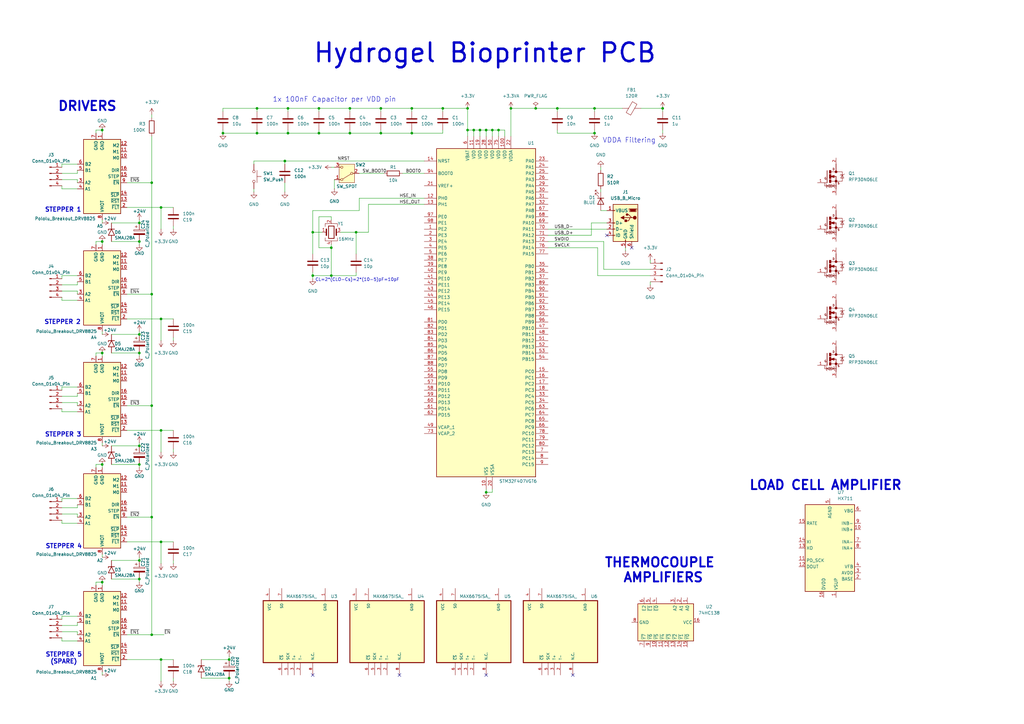
<source format=kicad_sch>
(kicad_sch (version 20250114) (generator "eeschema") (generator_version "9.0")
  (paper "A3")
  (title_block (title "Hydrogel Bioprinter PCB") (date "2025-06-05") (rev "0.1") (company "Stellenbosch University") (comment 1 "Department of Mechanical and Mechatronic Engineering") (comment 2 "Student Number: 25848887") (comment 3 "Name: Simon Craig DANIEL"))
  (text "Hydrogel Bioprinter PCB" (at 198.882 21.844 0) (effects (font (size 7.62 7.62) (thickness 1.016) (bold yes))))
  (text "STEPPER 5\n(SPARE)" (at 26.162 270.002 0) (effects (font (size 1.778 1.778) (thickness 0.3556) (bold yes))))
  (text "VDDA Filtering" (at 258.064 57.658 0) (effects (font (size 2.032 2.032))))
  (text "LOAD CELL AMPLIFIER\n" (at 338.582 199.136 0) (effects (font (size 3.81 3.81) (thickness 0.762) (bold yes))))
  (text "CL=2*(CLO-Cs)=2*(10-5)pF=10pF" (at 146.558 114.808 0) (effects (font (size 1.27 1.27))))
  (text "STEPPER 1\n" (at 25.908 86.106 0) (effects (font (size 1.778 1.778) (thickness 0.3556) (bold yes))))
  (text "STEPPER 3\n" (at 25.908 178.308 0) (effects (font (size 1.778 1.778) (thickness 0.3556) (bold yes))))
  (text "STEPPER 2\n\n" (at 25.654 133.604 0) (effects (font (size 1.778 1.778) (thickness 0.3556) (bold yes))))
  (text "THERMOCOUPLE \nAMPLIFIERS" (at 272.034 233.934 0) (effects (font (size 3.81 3.81) (thickness 0.762) (bold yes))))
  (text "STEPPER 4\n\n" (at 26.162 225.552 0) (effects (font (size 1.778 1.778) (thickness 0.3556) (bold yes))))
  (text "DRIVERS" (at 35.814 43.688 0) (effects (font (size 3.81 3.81) (thickness 0.762) (bold yes))))
  (text "1x 100nF Capacitor per VDD pin\n" (at 137.16 40.894 0) (effects (font (size 2.032 2.032))))
  (junction (at 62.23 212.09))
  (junction (at 66.04 222.25))
  (junction (at 57.15 137.16))
  (junction (at 118.11 44.45))
  (junction (at 135.89 113.03))
  (junction (at 57.15 99.06))
  (junction (at 66.04 130.81))
  (junction (at 41.91 53.34))
  (junction (at 57.15 182.88))
  (junction (at 93.98 278.13))
  (junction (at 62.23 166.37))
  (junction (at 57.15 91.44))
  (junction (at 156.21 44.45))
  (junction (at 194.31 53.34))
  (junction (at 191.77 44.45))
  (junction (at 116.84 66.04))
  (junction (at 41.91 238.76))
  (junction (at 66.04 85.09))
  (junction (at 105.41 54.61))
  (junction (at 57.15 190.5))
  (junction (at 228.6 44.45))
  (junction (at 143.51 44.45))
  (junction (at 128.27 95.25))
  (junction (at 204.47 53.34))
  (junction (at 135.89 101.6))
  (junction (at 143.51 54.61))
  (junction (at 130.81 44.45))
  (junction (at 57.15 229.87))
  (junction (at 62.23 120.65))
  (junction (at 105.41 44.45))
  (junction (at 181.61 44.45))
  (junction (at 93.98 270.51))
  (junction (at 118.11 54.61))
  (junction (at 130.81 54.61))
  (junction (at 219.71 44.45))
  (junction (at 168.91 44.45))
  (junction (at 209.55 44.45))
  (junction (at 57.15 237.49))
  (junction (at 199.39 53.34))
  (junction (at 41.91 190.5))
  (junction (at 191.77 53.34))
  (junction (at 146.05 95.25))
  (junction (at 66.04 176.53))
  (junction (at 41.91 99.06))
  (junction (at 168.91 54.61))
  (junction (at 199.39 201.93))
  (junction (at 196.85 53.34))
  (junction (at 41.91 144.78))
  (junction (at 62.23 74.93))
  (junction (at 57.15 144.78))
  (junction (at 243.84 54.61))
  (junction (at 91.44 54.61))
  (junction (at 201.93 53.34))
  (junction (at 271.78 44.45))
  (junction (at 62.23 260.35))
  (junction (at 128.27 113.03))
  (junction (at 156.21 54.61))
  (junction (at 243.84 44.45))
  (junction (at 66.04 270.51))
  (no_connect (at 163.83 276.86))
  (no_connect (at 234.95 276.86))
  (no_connect (at 259.08 101.6))
  (no_connect (at 248.92 96.52))
  (no_connect (at 128.27 276.86))
  (no_connect (at 199.39 276.86))
  (wire (pts (xy 41.91 90.17) (xy 41.91 91.44)))
  (wire (pts (xy 31.75 71.12) (xy 25.4 71.12)))
  (wire (pts (xy 147.32 81.28) (xy 173.99 81.28)))
  (wire (pts (xy 66.04 93.98) (xy 66.04 85.09)))
  (wire (pts (xy 31.75 120.65) (xy 31.75 119.38)))
  (wire (pts (xy 128.27 95.25) (xy 128.27 104.14)))
  (wire (pts (xy 39.37 238.76) (xy 41.91 238.76)))
  (wire (pts (xy 143.51 44.45) (xy 143.51 45.72)))
  (wire (pts (xy 62.23 46.99) (xy 62.23 48.26)))
  (wire (pts (xy 135.89 68.58) (xy 137.16 68.58)))
  (wire (pts (xy 71.12 138.43) (xy 71.12 139.7)))
  (wire (pts (xy 130.81 44.45) (xy 130.81 45.72)))
  (wire (pts (xy 146.05 95.25) (xy 146.05 104.14)))
  (wire (pts (xy 25.4 168.91) (xy 25.4 167.64)))
  (wire (pts (xy 201.93 200.66) (xy 201.93 201.93)))
  (wire (pts (xy 224.79 101.6) (xy 245.11 101.6)))
  (wire (pts (xy 52.07 270.51) (xy 66.04 270.51)))
  (wire (pts (xy 82.55 270.51) (xy 93.98 270.51)))
  (wire (pts (xy 194.31 53.34) (xy 194.31 55.88)))
  (wire (pts (xy 67.31 260.35) (xy 62.23 260.35)))
  (wire (pts (xy 224.79 93.98) (xy 248.92 93.98)))
  (wire (pts (xy 66.04 222.25) (xy 71.12 222.25)))
  (wire (pts (xy 57.15 99.06) (xy 57.15 100.33)))
  (wire (pts (xy 128.27 113.03) (xy 128.27 114.3)))
  (wire (pts (xy 93.98 269.24) (xy 93.98 270.51)))
  (wire (pts (xy 247.65 110.49) (xy 247.65 99.06)))
  (wire (pts (xy 31.75 113.03) (xy 25.4 113.03)))
  (wire (pts (xy 139.7 95.25) (xy 146.05 95.25)))
  (wire (pts (xy 243.84 45.72) (xy 243.84 44.45)))
  (wire (pts (xy 25.4 158.75) (xy 25.4 160.02)))
  (wire (pts (xy 57.15 228.6) (xy 57.15 229.87)))
  (wire (pts (xy 266.7 110.49) (xy 247.65 110.49)))
  (wire (pts (xy 243.84 44.45) (xy 255.27 44.45)))
  (wire (pts (xy 25.4 214.63) (xy 25.4 213.36)))
  (wire (pts (xy 219.71 44.45) (xy 228.6 44.45)))
  (wire (pts (xy 246.38 68.58) (xy 246.38 69.85)))
  (wire (pts (xy 31.75 119.38) (xy 25.4 119.38)))
  (wire (pts (xy 256.54 101.6) (xy 256.54 102.87)))
  (wire (pts (xy 199.39 53.34) (xy 199.39 55.88)))
  (wire (pts (xy 245.11 113.03) (xy 245.11 101.6)))
  (wire (pts (xy 194.31 53.34) (xy 191.77 53.34)))
  (wire (pts (xy 41.91 100.33) (xy 41.91 99.06)))
  (wire (pts (xy 45.72 99.06) (xy 57.15 99.06)))
  (wire (pts (xy 209.55 44.45) (xy 219.71 44.45)))
  (wire (pts (xy 39.37 240.03) (xy 39.37 238.76)))
  (wire (pts (xy 116.84 74.93) (xy 116.84 78.74)))
  (wire (pts (xy 31.75 73.66) (xy 25.4 73.66)))
  (wire (pts (xy 62.23 212.09) (xy 62.23 260.35)))
  (wire (pts (xy 199.39 200.66) (xy 199.39 201.93)))
  (wire (pts (xy 228.6 44.45) (xy 228.6 45.72)))
  (wire (pts (xy 52.07 176.53) (xy 66.04 176.53)))
  (wire (pts (xy 151.13 95.25) (xy 151.13 83.82)))
  (wire (pts (xy 207.01 53.34) (xy 204.47 53.34)))
  (wire (pts (xy 31.75 77.47) (xy 25.4 77.47)))
  (wire (pts (xy 146.05 113.03) (xy 135.89 113.03)))
  (wire (pts (xy 168.91 54.61) (xy 181.61 54.61)))
  (wire (pts (xy 31.75 161.29) (xy 31.75 162.56)))
  (wire (pts (xy 31.75 207.01) (xy 31.75 208.28)))
  (wire (pts (xy 31.75 214.63) (xy 25.4 214.63)))
  (wire (pts (xy 201.93 53.34) (xy 201.93 55.88)))
  (wire (pts (xy 147.32 86.36) (xy 147.32 81.28)))
  (wire (pts (xy 130.81 101.6) (xy 135.89 101.6)))
  (wire (pts (xy 31.75 262.89) (xy 25.4 262.89)))
  (wire (pts (xy 104.14 77.47) (xy 104.14 78.74)))
  (wire (pts (xy 62.23 74.93) (xy 52.07 74.93)))
  (wire (pts (xy 116.84 66.04) (xy 116.84 67.31)))
  (wire (pts (xy 271.78 53.34) (xy 271.78 54.61)))
  (wire (pts (xy 62.23 74.93) (xy 62.23 120.65)))
  (wire (pts (xy 248.92 91.44) (xy 242.57 91.44)))
  (wire (pts (xy 31.75 252.73) (xy 25.4 252.73)))
  (wire (pts (xy 39.37 144.78) (xy 41.91 144.78)))
  (wire (pts (xy 66.04 231.14) (xy 66.04 222.25)))
  (wire (pts (xy 31.75 210.82) (xy 25.4 210.82)))
  (wire (pts (xy 105.41 54.61) (xy 118.11 54.61)))
  (wire (pts (xy 41.91 227.33) (xy 41.91 228.6)))
  (wire (pts (xy 71.12 92.71) (xy 71.12 93.98)))
  (wire (pts (xy 228.6 54.61) (xy 243.84 54.61)))
  (wire (pts (xy 91.44 53.34) (xy 91.44 54.61)))
  (wire (pts (xy 62.23 166.37) (xy 62.23 212.09)))
  (wire (pts (xy 228.6 53.34) (xy 228.6 54.61)))
  (wire (pts (xy 31.75 115.57) (xy 31.75 116.84)))
  (wire (pts (xy 143.51 44.45) (xy 156.21 44.45)))
  (wire (pts (xy 57.15 190.5) (xy 57.15 191.77)))
  (wire (pts (xy 143.51 54.61) (xy 156.21 54.61)))
  (wire (pts (xy 52.07 166.37) (xy 62.23 166.37)))
  (wire (pts (xy 105.41 44.45) (xy 105.41 45.72)))
  (wire (pts (xy 242.57 91.44) (xy 242.57 96.52)))
  (wire (pts (xy 181.61 53.34) (xy 181.61 54.61)))
  (wire (pts (xy 271.78 44.45) (xy 271.78 45.72)))
  (wire (pts (xy 82.55 278.13) (xy 93.98 278.13)))
  (wire (pts (xy 91.44 54.61) (xy 105.41 54.61)))
  (wire (pts (xy 224.79 96.52) (xy 242.57 96.52)))
  (wire (pts (xy 130.81 44.45) (xy 143.51 44.45)))
  (wire (pts (xy 204.47 53.34) (xy 201.93 53.34)))
  (wire (pts (xy 146.05 111.76) (xy 146.05 113.03)))
  (wire (pts (xy 151.13 83.82) (xy 173.99 83.82)))
  (wire (pts (xy 41.91 275.59) (xy 41.91 276.86)))
  (wire (pts (xy 135.89 88.9) (xy 130.81 88.9)))
  (wire (pts (xy 266.7 115.57) (xy 266.7 116.84)))
  (wire (pts (xy 62.23 212.09) (xy 52.07 212.09)))
  (wire (pts (xy 181.61 44.45) (xy 181.61 45.72)))
  (wire (pts (xy 130.81 53.34) (xy 130.81 54.61)))
  (wire (pts (xy 39.37 191.77) (xy 39.37 190.5)))
  (wire (pts (xy 31.75 69.85) (xy 31.75 71.12)))
  (wire (pts (xy 262.89 44.45) (xy 271.78 44.45)))
  (wire (pts (xy 41.91 181.61) (xy 41.91 182.88)))
  (wire (pts (xy 128.27 95.25) (xy 128.27 86.36)))
  (wire (pts (xy 45.72 229.87) (xy 57.15 229.87)))
  (wire (pts (xy 25.4 123.19) (xy 25.4 121.92)))
  (wire (pts (xy 266.7 113.03) (xy 245.11 113.03)))
  (wire (pts (xy 52.07 130.81) (xy 66.04 130.81)))
  (wire (pts (xy 41.91 54.61) (xy 41.91 53.34)))
  (wire (pts (xy 31.75 67.31) (xy 25.4 67.31)))
  (wire (pts (xy 25.4 262.89) (xy 25.4 261.62)))
  (wire (pts (xy 118.11 44.45) (xy 130.81 44.45)))
  (wire (pts (xy 116.84 66.04) (xy 173.99 66.04)))
  (wire (pts (xy 156.21 44.45) (xy 156.21 45.72)))
  (wire (pts (xy 39.37 53.34) (xy 41.91 53.34)))
  (wire (pts (xy 156.21 53.34) (xy 156.21 54.61)))
  (wire (pts (xy 130.81 88.9) (xy 130.81 101.6)))
  (wire (pts (xy 57.15 237.49) (xy 57.15 238.76)))
  (wire (pts (xy 104.14 66.04) (xy 116.84 66.04)))
  (wire (pts (xy 31.75 204.47) (xy 25.4 204.47)))
  (wire (pts (xy 156.21 54.61) (xy 168.91 54.61)))
  (wire (pts (xy 128.27 86.36) (xy 147.32 86.36)))
  (wire (pts (xy 66.04 185.42) (xy 66.04 176.53)))
  (wire (pts (xy 31.75 123.19) (xy 25.4 123.19)))
  (wire (pts (xy 62.23 120.65) (xy 62.23 166.37)))
  (wire (pts (xy 45.72 137.16) (xy 57.15 137.16)))
  (wire (pts (xy 25.4 204.47) (xy 25.4 205.74)))
  (wire (pts (xy 45.72 91.44) (xy 57.15 91.44)))
  (wire (pts (xy 91.44 45.72) (xy 91.44 44.45)))
  (wire (pts (xy 31.75 116.84) (xy 25.4 116.84)))
  (wire (pts (xy 135.89 113.03) (xy 128.27 113.03)))
  (wire (pts (xy 52.07 222.25) (xy 66.04 222.25)))
  (wire (pts (xy 57.15 181.61) (xy 57.15 182.88)))
  (wire (pts (xy 224.79 99.06) (xy 247.65 99.06)))
  (wire (pts (xy 66.04 176.53) (xy 71.12 176.53)))
  (wire (pts (xy 143.51 53.34) (xy 143.51 54.61)))
  (wire (pts (xy 39.37 54.61) (xy 39.37 53.34)))
  (wire (pts (xy 105.41 44.45) (xy 118.11 44.45)))
  (wire (pts (xy 25.4 168.91) (xy 31.75 168.91)))
  (wire (pts (xy 39.37 146.05) (xy 39.37 144.78)))
  (wire (pts (xy 31.75 212.09) (xy 31.75 210.82)))
  (wire (pts (xy 25.4 67.31) (xy 25.4 68.58)))
  (wire (pts (xy 137.16 73.66) (xy 137.16 77.47)))
  (wire (pts (xy 25.4 77.47) (xy 25.4 76.2)))
  (wire (pts (xy 165.1 71.12) (xy 173.99 71.12)))
  (wire (pts (xy 52.07 260.35) (xy 62.23 260.35)))
  (wire (pts (xy 196.85 53.34) (xy 196.85 55.88)))
  (wire (pts (xy 25.4 252.73) (xy 25.4 254)))
  (wire (pts (xy 135.89 90.17) (xy 135.89 88.9)))
  (wire (pts (xy 93.98 278.13) (xy 93.98 279.4)))
  (wire (pts (xy 135.89 101.6) (xy 135.89 113.03)))
  (wire (pts (xy 191.77 44.45) (xy 191.77 53.34)))
  (wire (pts (xy 105.41 53.34) (xy 105.41 54.61)))
  (wire (pts (xy 135.89 100.33) (xy 135.89 101.6)))
  (wire (pts (xy 41.91 191.77) (xy 41.91 190.5)))
  (wire (pts (xy 168.91 53.34) (xy 168.91 54.61)))
  (wire (pts (xy 31.75 158.75) (xy 25.4 158.75)))
  (wire (pts (xy 147.32 71.12) (xy 157.48 71.12)))
  (wire (pts (xy 196.85 53.34) (xy 194.31 53.34)))
  (wire (pts (xy 201.93 53.34) (xy 199.39 53.34)))
  (wire (pts (xy 191.77 53.34) (xy 191.77 55.88)))
  (wire (pts (xy 31.75 260.35) (xy 31.75 259.08)))
  (wire (pts (xy 66.04 139.7) (xy 66.04 130.81)))
  (wire (pts (xy 39.37 100.33) (xy 39.37 99.06)))
  (wire (pts (xy 204.47 53.34) (xy 204.47 55.88)))
  (wire (pts (xy 45.72 182.88) (xy 57.15 182.88)))
  (wire (pts (xy 91.44 44.45) (xy 105.41 44.45)))
  (wire (pts (xy 71.12 184.15) (xy 71.12 185.42)))
  (wire (pts (xy 31.75 256.54) (xy 25.4 256.54)))
  (wire (pts (xy 66.04 270.51) (xy 71.12 270.51)))
  (wire (pts (xy 62.23 120.65) (xy 52.07 120.65)))
  (wire (pts (xy 168.91 44.45) (xy 181.61 44.45)))
  (wire (pts (xy 66.04 85.09) (xy 71.12 85.09)))
  (wire (pts (xy 41.91 240.03) (xy 41.91 238.76)))
  (wire (pts (xy 118.11 54.61) (xy 130.81 54.61)))
  (wire (pts (xy 71.12 278.13) (xy 71.12 279.4)))
  (wire (pts (xy 207.01 55.88) (xy 207.01 53.34)))
  (wire (pts (xy 31.75 162.56) (xy 25.4 162.56)))
  (wire (pts (xy 41.91 146.05) (xy 41.91 144.78)))
  (wire (pts (xy 31.75 259.08) (xy 25.4 259.08)))
  (wire (pts (xy 168.91 44.45) (xy 168.91 45.72)))
  (wire (pts (xy 66.04 279.4) (xy 66.04 270.51)))
  (wire (pts (xy 31.75 208.28) (xy 25.4 208.28)))
  (wire (pts (xy 25.4 113.03) (xy 25.4 114.3)))
  (wire (pts (xy 41.91 135.89) (xy 41.91 137.16)))
  (wire (pts (xy 31.75 165.1) (xy 25.4 165.1)))
  (wire (pts (xy 128.27 111.76) (xy 128.27 113.03)))
  (wire (pts (xy 104.14 66.04) (xy 104.14 67.31)))
  (wire (pts (xy 45.72 144.78) (xy 57.15 144.78)))
  (wire (pts (xy 243.84 53.34) (xy 243.84 54.61)))
  (wire (pts (xy 156.21 44.45) (xy 168.91 44.45)))
  (wire (pts (xy 31.75 166.37) (xy 31.75 165.1)))
  (wire (pts (xy 132.08 95.25) (xy 128.27 95.25)))
  (wire (pts (xy 118.11 44.45) (xy 118.11 45.72)))
  (wire (pts (xy 57.15 135.89) (xy 57.15 137.16)))
  (wire (pts (xy 45.72 237.49) (xy 57.15 237.49)))
  (wire (pts (xy 266.7 106.68) (xy 266.7 107.95)))
  (wire (pts (xy 246.38 77.47) (xy 246.38 78.74)))
  (wire (pts (xy 31.75 255.27) (xy 31.75 256.54)))
  (wire (pts (xy 57.15 144.78) (xy 57.15 146.05)))
  (wire (pts (xy 118.11 53.34) (xy 118.11 54.61)))
  (wire (pts (xy 246.38 86.36) (xy 248.92 86.36)))
  (wire (pts (xy 66.04 130.81) (xy 71.12 130.81)))
  (wire (pts (xy 57.15 90.17) (xy 57.15 91.44)))
  (wire (pts (xy 181.61 44.45) (xy 191.77 44.45)))
  (wire (pts (xy 52.07 85.09) (xy 66.04 85.09)))
  (wire (pts (xy 45.72 190.5) (xy 57.15 190.5)))
  (wire (pts (xy 146.05 95.25) (xy 151.13 95.25)))
  (wire (pts (xy 39.37 99.06) (xy 41.91 99.06)))
  (wire (pts (xy 71.12 229.87) (xy 71.12 231.14)))
  (wire (pts (xy 209.55 44.45) (xy 209.55 55.88)))
  (wire (pts (xy 62.23 55.88) (xy 62.23 74.93)))
  (wire (pts (xy 39.37 190.5) (xy 41.91 190.5)))
  (wire (pts (xy 199.39 53.34) (xy 196.85 53.34)))
  (wire (pts (xy 31.75 74.93) (xy 31.75 73.66)))
  (wire (pts (xy 201.93 201.93) (xy 199.39 201.93)))
  (wire (pts (xy 228.6 44.45) (xy 243.84 44.45)))
  (wire (pts (xy 130.81 54.61) (xy 143.51 54.61)))
  (label "SW_BOOT0" (at 148.59 71.12 0))
  (label "~{EN5}" (at 53.34 74.93 0))
  (label "~{EN}" (at 67.31 260.35 0))
  (label "HSE_OUT" (at 163.83 83.82 0))
  (label "NRST" (at 138.43 66.04 0))
  (label "~{EN2}" (at 53.34 212.09 0))
  (label "~{EN3}" (at 53.34 166.37 0))
  (label "~{EN4}" (at 53.34 120.65 0))
  (label "HSE_IN" (at 163.83 81.28 0))
  (label "SWCLK" (at 227.33 101.6 0))
  (label "SWDIO" (at 227.33 99.06 0))
  (label "USB_D+" (at 227.33 96.52 0))
  (label "BOOT0" (at 166.37 71.12 0))
  (label "USB_D-" (at 227.33 93.98 0))
  (label "~{EN1}" (at 53.34 260.35 0))
  (symbol (lib_id "Device:C") (at 128.27 107.95 0) (unit 1)
    (property "Reference" "C13" (at 131.318 106.68 0) (effects (justify left)))
    (property "Value" "10p" (at 131.318 109.22 0) (effects (justify left)))
    (property "Description" "Unpolarized capacitor" (effects (hide yes)))
  )
  (symbol (lib_id "power:+3.3VA") (at 209.55 44.45 0) (unit 1)
    (property "Reference" "#PWR04" (effects (hide yes)))
    (property "Value" "+3.3VA" (at 209.55 39.37 0))
    (property "Description" "Power symbol creates a global label with name \"+3.3VA\"" (effects (hide yes)))
  )
  (symbol (lib_id "Device:C") (at 118.11 49.53 0) (unit 1)
    (property "Reference" "C6" (at 121.92 48.2599 0) (effects (justify left)))
    (property "Value" "100n" (at 121.92 50.7999 0) (effects (justify left)))
    (property "Description" "Unpolarized capacitor" (effects (hide yes)))
  )
  (symbol (lib_id "power:+24V") (at 41.91 276.86 270) (unit 1)
    (property "Reference" "#PWR039" (effects (hide yes)))
    (property "Value" "+24V" (at 42.418 275.082 90) (effects (justify left)))
    (property "Description" "Power symbol creates a global label with name \"+24V\"" (effects (hide yes)))
  )
  (symbol (lib_id "power:+24V") (at 41.91 137.16 270) (unit 1)
    (property "Reference" "#PWR036" (effects (hide yes)))
    (property "Value" "+24V" (at 42.418 135.382 90) (effects (justify left)))
    (property "Description" "Power symbol creates a global label with name \"+24V\"" (effects (hide yes)))
  )
  (symbol (lib_id "Connector:Conn_01x04_Pin") (at 271.78 110.49 0) (mirror y) (unit 1)
    (property "Reference" "J2" (at 273.05 110.4899 0) (effects (justify right)))
    (property "Value" "Conn_01x04_Pin" (at 273.05 113.0299 0) (effects (justify right)))
    (property "Description" "Generic connector, single row, 01x04, script generated" (effects (hide yes)))
  )
  (symbol (lib_id "power:GND") (at 71.12 185.42 0) (mirror y) (unit 1)
    (property "Reference" "#PWR025" (effects (hide yes)))
    (property "Value" "GND" (at 71.12 190.5 0))
    (property "Description" "Power symbol creates a global label with name \"GND\" , ground" (effects (hide yes)))
  )
  (symbol (lib_id "power:+3.3VA") (at 271.78 44.45 0) (unit 1)
    (property "Reference" "#PWR05" (effects (hide yes)))
    (property "Value" "+3.3V" (at 271.78 39.37 0))
    (property "Description" "Power symbol creates a global label with name \"+3.3VA\"" (effects (hide yes)))
  )
  (symbol (lib_id "Device:C") (at 105.41 49.53 0) (unit 1)
    (property "Reference" "C7" (at 109.22 48.2599 0) (effects (justify left)))
    (property "Value" "100n" (at 109.22 50.7999 0) (effects (justify left)))
    (property "Description" "Unpolarized capacitor" (effects (hide yes)))
  )
  (symbol (lib_id "Device:C") (at 116.84 71.12 0) (unit 1)
    (property "Reference" "C12" (at 120.65 69.8499 0) (effects (justify left)))
    (property "Value" "100n" (at 120.65 72.3899 0) (effects (justify left)))
    (property "Description" "Unpolarized capacitor" (effects (hide yes)))
  )
  (symbol (lib_id "power:+3.3V") (at 135.89 68.58 90) (unit 1)
    (property "Reference" "#PWR010" (effects (hide yes)))
    (property "Value" "+3.3V" (at 132.08 68.5799 90) (effects (justify left)))
    (property "Description" "Power symbol creates a global label with name \"+3.3V\"" (effects (hide yes)))
  )
  (symbol (lib_id "Driver_Motor:Pololu_Breakout_DRV8825") (at 41.91 260.35 180) (unit 1)
    (property "Reference" "A1" (at 39.7667 278.13 0) (effects (justify left)))
    (property "Value" "Pololu_Breakout_DRV8825" (at 39.7667 275.59 0) (effects (justify left)))
    (property "Footprint" "Module:Pololu_Breakout-16_15.2x20.3mm" (effects (hide yes)))
    (property "Datasheet" "https://www.pololu.com/product/2982" (effects (hide yes)))
    (property "Description" "Pololu Breakout Board, Stepper Driver DRV8825" (effects (hide yes)))
  )
  (symbol (lib_id "power:GND") (at 71.12 139.7 0) (mirror y) (unit 1)
    (property "Reference" "#PWR024" (effects (hide yes)))
    (property "Value" "GND" (at 71.12 144.78 0))
    (property "Description" "Power symbol creates a global label with name \"GND\" , ground" (effects (hide yes)))
  )
  (symbol (lib_id "power:GND") (at 137.16 77.47 0) (unit 1)
    (property "Reference" "#PWR011" (effects (hide yes)))
    (property "Value" "GND" (at 137.16 82.55 0))
    (property "Description" "Power symbol creates a global label with name \"GND\" , ground" (effects (hide yes)))
  )
  (symbol (lib_id "RFP30N06LE:RFP30N06LE") (at 342.9 91.44 0) (unit 1)
    (property "Reference" "Q2" (at 347.98 90.1699 0) (effects (justify left)))
    (property "Value" "RFP30N06LE" (at 347.98 92.7099 0) (effects (justify left)))
    (property "Footprint" "RFP30N06LE:TRANS_RFP30N06LE" (effects (hide yes)))
    (property "MF" "ON Semiconductor" (effects (hide yes)))
    (property "Description_1" "N-Channel 60 V 30A (Ta) 96W (Tc) Through Hole TO-220-3" (effects (hide yes)))
    (property "Package" "Package" (effects (hide yes)))
    (property "Price" "None" (effects (hide yes)))
    (property "Check_prices" "https://www.snapeda.com/parts/RFP30N06LE/Onsemi/view-part/?ref=eda" (effects (hide yes)))
    (property "SnapEDA_Link" "https://www.snapeda.com/parts/RFP30N06LE/Onsemi/view-part/?ref=snap" (effects (hide yes)))
    (property "MP" "RFP30N06LE" (effects (hide yes)))
    (property "Availability" "In Stock" (effects (hide yes)))
    (property "MANUFACTURER" "FAIRCHILD SEMICONDUCTORS" (effects (hide yes)))
  )
  (symbol (lib_id "power:+24V") (at 41.91 182.88 270) (unit 1)
    (property "Reference" "#PWR037" (effects (hide yes)))
    (property "Value" "+24V" (at 42.418 181.102 90) (effects (justify left)))
    (property "Description" "Power symbol creates a global label with name \"+24V\"" (effects (hide yes)))
  )
  (symbol (lib_id "power:GND") (at 256.54 102.87 0) (unit 1)
    (property "Reference" "#PWR013" (effects (hide yes)))
    (property "Value" "GND" (at 256.54 107.95 0))
    (property "Description" "Power symbol creates a global label with name \"GND\" , ground" (effects (hide yes)))
  )
  (symbol (lib_id "power:GND") (at 71.12 231.14 0) (mirror y) (unit 1)
    (property "Reference" "#PWR027" (effects (hide yes)))
    (property "Value" "GND" (at 71.12 236.22 0))
    (property "Description" "Power symbol creates a global label with name \"GND\" , ground" (effects (hide yes)))
  )
  (symbol (lib_id "power:GND") (at 41.91 99.06 180) (unit 1)
    (property "Reference" "#PWR021" (effects (hide yes)))
    (property "Value" "GND" (at 41.91 95.25 0))
    (property "Description" "Power symbol creates a global label with name \"GND\" , ground" (effects (hide yes)))
  )
  (symbol (lib_id "power:GND") (at 199.39 201.93 0) (unit 1)
    (property "Reference" "#PWR01" (effects (hide yes)))
    (property "Value" "GND" (at 199.39 207.01 0))
    (property "Description" "Power symbol creates a global label with name \"GND\" , ground" (effects (hide yes)))
  )
  (symbol (lib_id "power:+3.3V") (at 66.04 231.14 0) (mirror x) (unit 1)
    (property "Reference" "#PWR028" (effects (hide yes)))
    (property "Value" "+3.3V" (at 66.04 236.22 0))
    (property "Description" "Power symbol creates a global label with name \"+3.3V\"" (effects (hide yes)))
  )
  (symbol (lib_id "Connector:Conn_01x04_Pin") (at 20.32 116.84 0) (unit 1)
    (property "Reference" "J4" (at 20.955 109.22 0))
    (property "Value" "Conn_01x04_Pin" (at 20.955 111.76 0))
    (property "Description" "Generic connector, single row, 01x04, script generated" (effects (hide yes)))
  )
  (symbol (lib_id "Switch:SW_Push") (at 104.14 72.39 270) (unit 1)
    (property "Reference" "SW1" (at 107.95 71.1199 90) (effects (justify left)))
    (property "Value" "SW_Push" (at 107.95 73.6599 90) (effects (justify left)))
    (property "Description" "Push button switch, generic, two pins" (effects (hide yes)))
  )
  (symbol (lib_id "power:GND") (at 41.91 190.5 180) (unit 1)
    (property "Reference" "#PWR019" (effects (hide yes)))
    (property "Value" "GND" (at 41.91 186.69 0))
    (property "Description" "Power symbol creates a global label with name \"GND\" , ground" (effects (hide yes)))
  )
  (symbol (lib_id "power:+24V") (at 57.15 228.6 0) (unit 1)
    (property "Reference" "#PWR040" (effects (hide yes)))
    (property "Value" "+24V" (at 57.15 225.044 0))
    (property "Description" "Power symbol creates a global label with name \"+24V\"" (effects (hide yes)))
  )
  (symbol (lib_id "power:+24V") (at 57.15 181.61 0) (unit 1)
    (property "Reference" "#PWR042" (effects (hide yes)))
    (property "Value" "+24V" (at 57.15 178.054 0))
    (property "Description" "Power symbol creates a global label with name \"+24V\"" (effects (hide yes)))
  )
  (symbol (lib_id "power:+3.3V") (at 266.7 106.68 0) (unit 1)
    (property "Reference" "#PWR015" (effects (hide yes)))
    (property "Value" "+3.3V" (at 266.7 101.6 0))
    (property "Description" "Power symbol creates a global label with name \"+3.3V\"" (effects (hide yes)))
  )
  (symbol (lib_id "power:GND") (at 246.38 68.58 180) (unit 1)
    (property "Reference" "#PWR014" (effects (hide yes)))
    (property "Value" "GND" (at 246.38 63.5 0))
    (property "Description" "Power symbol creates a global label with name \"GND\" , ground" (effects (hide yes)))
  )
  (symbol (lib_id "Device:C") (at 168.91 49.53 0) (unit 1)
    (property "Reference" "C2" (at 172.72 48.2599 0) (effects (justify left)))
    (property "Value" "100n" (at 172.72 50.7999 0) (effects (justify left)))
    (property "Description" "Unpolarized capacitor" (effects (hide yes)))
  )
  (symbol (lib_id "Driver_Motor:Pololu_Breakout_DRV8825") (at 41.91 74.93 180) (unit 1)
    (property "Reference" "A5" (at 39.7667 92.71 0) (effects (justify right)))
    (property "Value" "Pololu_Breakout_DRV8825" (at 14.224 89.662 0) (effects (justify right)))
    (property "Footprint" "Module:Pololu_Breakout-16_15.2x20.3mm" (effects (hide yes)))
    (property "Datasheet" "https://www.pololu.com/product/2982" (effects (hide yes)))
    (property "Description" "Pololu Breakout Board, Stepper Driver DRV8825" (effects (hide yes)))
  )
  (symbol (lib_id "power:GND") (at 41.91 53.34 180) (unit 1)
    (property "Reference" "#PWR022" (effects (hide yes)))
    (property "Value" "GND" (at 41.91 49.53 0))
    (property "Description" "Power symbol creates a global label with name \"GND\" , ground" (effects (hide yes)))
  )
  (symbol (lib_id "Connector:Conn_01x04_Pin") (at 20.32 162.56 0) (unit 1)
    (property "Reference" "J5" (at 20.955 154.94 0))
    (property "Value" "Conn_01x04_Pin" (at 20.955 157.48 0))
    (property "Description" "Generic connector, single row, 01x04, script generated" (effects (hide yes)))
  )
  (symbol (lib_id "power:GND") (at 116.84 78.74 0) (unit 1)
    (property "Reference" "#PWR09" (effects (hide yes)))
    (property "Value" "GND" (at 116.84 83.82 0))
    (property "Description" "Power symbol creates a global label with name \"GND\" , ground" (effects (hide yes)))
  )
  (symbol (lib_id "MAX6675ISA_:MAX6675ISA_") (at 158.75 259.08 90) (unit 1)
    (property "Reference" "U4" (at 171.196 244.602 90) (effects (justify right)))
    (property "Value" "MAX6675ISA_" (at 152.908 244.602 90) (effects (justify right)))
    (property "Footprint" "MAX6675ISA_:SOIC127P600X175-8N" (effects (hide yes)))
    (property "MF" "Analog Devices" (effects (hide yes)))
    (property "Description_1" "Cold-Junction-Compensated K-Thermocouple-to-Digital Converter (0°C to +1024°C)" (effects (hide yes)))
    (property "Package" "SOIC-8 Maxim" (effects (hide yes)))
    (property "Price" "None" (effects (hide yes)))
    (property "SnapEDA_Link" "https://www.snapeda.com/parts/MAX6675ISA+T/Analog+Devices/view-part/?ref=snap" (effects (hide yes)))
    (property "MP" "MAX6675ISA+T" (effects (hide yes)))
    (property "Availability" "In Stock" (effects (hide yes)))
    (property "Check_prices" "https://www.snapeda.com/parts/MAX6675ISA+T/Analog+Devices/view-part/?ref=eda" (effects (hide yes)))
  )
  (symbol (lib_id "power:GND") (at 57.15 100.33 0) (unit 1)
    (property "Reference" "#PWR047" (effects (hide yes)))
    (property "Value" "GND" (at 57.15 103.886 0))
    (property "Description" "Power symbol creates a global label with name \"GND\" , ground" (effects (hide yes)))
  )
  (symbol (lib_id "Device:C") (at 156.21 49.53 0) (unit 1)
    (property "Reference" "C3" (at 160.02 48.2599 0) (effects (justify left)))
    (property "Value" "100n" (at 160.02 50.7999 0) (effects (justify left)))
    (property "Description" "Unpolarized capacitor" (effects (hide yes)))
  )
  (symbol (lib_id "power:+3.3V") (at 66.04 279.4 0) (mirror x) (unit 1)
    (property "Reference" "#PWR030" (effects (hide yes)))
    (property "Value" "+3.3V" (at 66.04 283.464 0))
    (property "Description" "Power symbol creates a global label with name \"+3.3V\"" (effects (hide yes)))
  )
  (symbol (lib_id "power:GND") (at 41.91 238.76 180) (unit 1)
    (property "Reference" "#PWR018" (effects (hide yes)))
    (property "Value" "GND" (at 41.91 234.95 0))
    (property "Description" "Power symbol creates a global label with name \"GND\" , ground" (effects (hide yes)))
  )
  (symbol (lib_id "power:PWR_FLAG") (at 219.71 44.45 0) (unit 1)
    (property "Reference" "#FLG01" (effects (hide yes)))
    (property "Value" "PWR_FLAG" (at 219.71 39.37 0))
    (property "Description" "Special symbol for telling ERC where power comes from" (effects (hide yes)))
  )
  (symbol (lib_id "Device:FerriteBead") (at 259.08 44.45 90) (unit 1)
    (property "Reference" "FB1" (at 259.0292 36.83 90))
    (property "Value" "120R" (at 259.0292 39.37 90))
    (property "Description" "Ferrite bead" (effects (hide yes)))
  )
  (symbol (lib_id "Device:C_Polarized") (at 57.15 186.69 0) (unit 1)
    (property "Reference" "C22" (at 58.674 185.42 90) (effects (justify left)))
    (property "Value" "C_Polarized" (at 60.452 193.04 90) (effects (justify left)))
    (property "Footprint" "Capacitor_SMD:CP_Elec_6.3x7.7" (effects (hide yes)))
    (property "Description" "Polarized capacitor" (effects (hide yes)))
  )
  (symbol (lib_id "power:GND") (at 41.91 144.78 180) (unit 1)
    (property "Reference" "#PWR020" (effects (hide yes)))
    (property "Value" "GND" (at 41.91 140.97 0))
    (property "Description" "Power symbol creates a global label with name \"GND\" , ground" (effects (hide yes)))
  )
  (symbol (lib_id "Diode:SMAJ28A") (at 45.72 140.97 90) (mirror x) (unit 1)
    (property "Reference" "D5" (at 46.99 140.97 90) (effects (justify right)))
    (property "Value" "SMAJ28A" (at 46.99 143.256 90) (effects (justify right)))
    (property "Footprint" "Diode_SMD:D_SMA" (effects (hide yes)))
    (property "Datasheet" "https://www.littelfuse.com/media?resourcetype=datasheets&itemid=75e32973-b177-4ee3-a0ff-cedaf1abdb93&filename=smaj-datasheet" (effects (hide yes)))
    (property "Description" "400W unidirectional Transient Voltage Suppressor, 28.0Vr, SMA(DO-214AC)" (effects (hide yes)))
  )
  (symbol (lib_id "power:GND") (at 271.78 54.61 0) (unit 1)
    (property "Reference" "#PWR07" (effects (hide yes)))
    (property "Value" "GND" (at 271.78 59.69 0))
    (property "Description" "Power symbol creates a global label with name \"GND\" , ground" (effects (hide yes)))
  )
  (symbol (lib_id "power:GND") (at 266.7 116.84 0) (unit 1)
    (property "Reference" "#PWR016" (effects (hide yes)))
    (property "Value" "GND" (at 266.7 121.92 0))
    (property "Description" "Power symbol creates a global label with name \"GND\" , ground" (effects (hide yes)))
  )
  (symbol (lib_id "RFP30N06LE:RFP30N06LE") (at 342.9 128.27 0) (unit 1)
    (property "Reference" "Q4" (at 347.98 126.9999 0) (effects (justify left)))
    (property "Value" "RFP30N06LE" (at 347.98 129.5399 0) (effects (justify left)))
    (property "Footprint" "RFP30N06LE:TRANS_RFP30N06LE" (effects (hide yes)))
    (property "MF" "ON Semiconductor" (effects (hide yes)))
    (property "Description_1" "N-Channel 60 V 30A (Ta) 96W (Tc) Through Hole TO-220-3" (effects (hide yes)))
    (property "Package" "Package" (effects (hide yes)))
    (property "Price" "None" (effects (hide yes)))
    (property "Check_prices" "https://www.snapeda.com/parts/RFP30N06LE/Onsemi/view-part/?ref=eda" (effects (hide yes)))
    (property "SnapEDA_Link" "https://www.snapeda.com/parts/RFP30N06LE/Onsemi/view-part/?ref=snap" (effects (hide yes)))
    (property "MP" "RFP30N06LE" (effects (hide yes)))
    (property "Availability" "In Stock" (effects (hide yes)))
    (property "MANUFACTURER" "FAIRCHILD SEMICONDUCTORS" (effects (hide yes)))
  )
  (symbol (lib_id "Connector:Conn_01x04_Pin") (at 20.32 256.54 0) (unit 1)
    (property "Reference" "J7" (at 20.955 248.92 0))
    (property "Value" "Conn_01x04_Pin" (at 20.955 251.46 0))
    (property "Description" "Generic connector, single row, 01x04, script generated" (effects (hide yes)))
  )
  (symbol (lib_id "power:+3.3V") (at 66.04 185.42 0) (mirror x) (unit 1)
    (property "Reference" "#PWR026" (effects (hide yes)))
    (property "Value" "+3.3V" (at 66.04 190.5 0))
    (property "Description" "Power symbol creates a global label with name \"+3.3V\"" (effects (hide yes)))
  )
  (symbol (lib_id "Switch:SW_SPDT") (at 142.24 71.12 180) (unit 1)
    (property "Reference" "SW2" (at 147.828 67.564 0))
    (property "Value" "SW_SPDT" (at 142.24 76.454 0))
    (property "Description" "Switch, single pole double throw" (effects (hide yes)))
  )
  (symbol (lib_id "Device:R") (at 161.29 71.12 90) (unit 1)
    (property "Reference" "R1" (at 161.29 68.58 90))
    (property "Value" "10k" (at 161.29 73.914 90))
    (property "Description" "Resistor" (effects (hide yes)))
  )
  (symbol (lib_id "MAX6675ISA_:MAX6675ISA_") (at 123.19 259.08 90) (unit 1)
    (property "Reference" "U3" (at 135.636 244.602 90) (effects (justify right)))
    (property "Value" "MAX6675ISA_" (at 117.348 244.602 90) (effects (justify right)))
    (property "Footprint" "MAX6675ISA_:SOIC127P600X175-8N" (effects (hide yes)))
    (property "MF" "Analog Devices" (effects (hide yes)))
    (property "Description_1" "Cold-Junction-Compensated K-Thermocouple-to-Digital Converter (0°C to +1024°C)" (effects (hide yes)))
    (property "Package" "SOIC-8 Maxim" (effects (hide yes)))
    (property "Price" "None" (effects (hide yes)))
    (property "SnapEDA_Link" "https://www.snapeda.com/parts/MAX6675ISA+T/Analog+Devices/view-part/?ref=snap" (effects (hide yes)))
    (property "MP" "MAX6675ISA+T" (effects (hide yes)))
    (property "Availability" "In Stock" (effects (hide yes)))
    (property "Check_prices" "https://www.snapeda.com/parts/MAX6675ISA+T/Analog+Devices/view-part/?ref=eda" (effects (hide yes)))
  )
  (symbol (lib_id "Device:C") (at 91.44 49.53 0) (unit 1)
    (property "Reference" "C8" (at 95.25 48.2599 0) (effects (justify left)))
    (property "Value" "10u" (at 95.25 50.7999 0) (effects (justify left)))
    (property "Description" "Unpolarized capacitor" (effects (hide yes)))
  )
  (symbol (lib_id "power:+3.3V") (at 66.04 93.98 0) (mirror x) (unit 1)
    (property "Reference" "#PWR032" (effects (hide yes)))
    (property "Value" "+3.3V" (at 66.04 99.06 0))
    (property "Description" "Power symbol creates a global label with name \"+3.3V\"" (effects (hide yes)))
  )
  (symbol (lib_id "power:+3.3V") (at 62.23 46.99 0) (mirror y) (unit 1)
    (property "Reference" "#PWR017" (effects (hide yes)))
    (property "Value" "+3.3V" (at 62.23 41.91 0))
    (property "Description" "Power symbol creates a global label with name \"+3.3V\"" (effects (hide yes)))
  )
  (symbol (lib_id "Device:C") (at 71.12 134.62 0) (mirror x) (unit 1)
    (property "Reference" "C15" (at 74.93 135.8901 0) (effects (justify left)))
    (property "Value" "100n" (at 74.93 133.3501 0) (effects (justify left)))
    (property "Description" "Unpolarized capacitor" (effects (hide yes)))
  )
  (symbol (lib_id "MCU_ST_STM32F4:STM32F407VGTx") (at 199.39 129.54 0) (unit 1)
    (property "Reference" "U1" (at 216.408 58.674 0) (effects (justify left)))
    (property "Value" "STM32F407VGT6" (at 204.724 197.358 0) (effects (justify left)))
    (property "Footprint" "Package_QFP:LQFP-100_14x14mm_P0.5mm" (effects (hide yes)))
    (property "Datasheet" "https://www.st.com/resource/en/datasheet/stm32f407vg.pdf" (effects (hide yes)))
    (property "Description" "STMicroelectronics Arm Cortex-M4 MCU, 1024KB flash, 192KB RAM, 168 MHz, 1.8-3.6V, 82 GPIO, LQFP100" (effects (hide yes)))
  )
  (symbol (lib_id "Diode:SMAJ28A") (at 82.55 274.32 90) (mirror x) (unit 1)
    (property "Reference" "D2" (at 83.82 274.32 90) (effects (justify right)))
    (property "Value" "SMAJ28A" (at 83.82 276.606 90) (effects (justify right)))
    (property "Footprint" "Diode_SMD:D_SMA" (effects (hide yes)))
    (property "Datasheet" "https://www.littelfuse.com/media?resourcetype=datasheets&itemid=75e32973-b177-4ee3-a0ff-cedaf1abdb93&filename=smaj-datasheet" (effects (hide yes)))
    (property "Description" "400W unidirectional Transient Voltage Suppressor, 28.0Vr, SMA(DO-214AC)" (effects (hide yes)))
  )
  (symbol (lib_id "Connector:USB_B_Micro") (at 256.54 91.44 0) (mirror y) (unit 1)
    (property "Reference" "J1" (at 256.54 78.74 0))
    (property "Value" "USB_B_Micro" (at 256.54 81.28 0))
    (property "Description" "USB Micro Type B connector" (effects (hide yes)))
  )
  (symbol (lib_id "Diode:SMAJ28A") (at 45.72 186.69 90) (mirror x) (unit 1)
    (property "Reference" "D4" (at 46.99 186.69 90) (effects (justify right)))
    (property "Value" "SMAJ28A" (at 46.99 188.976 90) (effects (justify right)))
    (property "Footprint" "Diode_SMD:D_SMA" (effects (hide yes)))
    (property "Datasheet" "https://www.littelfuse.com/media?resourcetype=datasheets&itemid=75e32973-b177-4ee3-a0ff-cedaf1abdb93&filename=smaj-datasheet" (effects (hide yes)))
    (property "Description" "400W unidirectional Transient Voltage Suppressor, 28.0Vr, SMA(DO-214AC)" (effects (hide yes)))
  )
  (symbol (lib_id "power:GND") (at 93.98 279.4 0) (unit 1)
    (property "Reference" "#PWR033" (effects (hide yes)))
    (property "Value" "GND" (at 93.98 282.956 0))
    (property "Description" "Power symbol creates a global label with name \"GND\" , ground" (effects (hide yes)))
  )
  (symbol (lib_id "Device:C") (at 243.84 49.53 0) (unit 1)
    (property "Reference" "C10" (at 247.65 48.2599 0) (effects (justify left)))
    (property "Value" "1u" (at 247.65 50.7999 0) (effects (justify left)))
    (property "Description" "Unpolarized capacitor" (effects (hide yes)))
  )
  (symbol (lib_id "power:+24V") (at 57.15 90.17 0) (unit 1)
    (property "Reference" "#PWR046" (effects (hide yes)))
    (property "Value" "+24V" (at 57.15 86.614 0))
    (property "Description" "Power symbol creates a global label with name \"+24V\"" (effects (hide yes)))
  )
  (symbol (lib_id "RFP30N06LE:RFP30N06LE") (at 342.9 147.32 0) (unit 1)
    (property "Reference" "Q5" (at 347.98 146.0499 0) (effects (justify left)))
    (property "Value" "RFP30N06LE" (at 347.98 148.5899 0) (effects (justify left)))
    (property "Footprint" "RFP30N06LE:TRANS_RFP30N06LE" (effects (hide yes)))
    (property "MF" "ON Semiconductor" (effects (hide yes)))
    (property "Description_1" "N-Channel 60 V 30A (Ta) 96W (Tc) Through Hole TO-220-3" (effects (hide yes)))
    (property "Package" "Package" (effects (hide yes)))
    (property "Price" "None" (effects (hide yes)))
    (property "Check_prices" "https://www.snapeda.com/parts/RFP30N06LE/Onsemi/view-part/?ref=eda" (effects (hide yes)))
    (property "SnapEDA_Link" "https://www.snapeda.com/parts/RFP30N06LE/Onsemi/view-part/?ref=snap" (effects (hide yes)))
    (property "MP" "RFP30N06LE" (effects (hide yes)))
    (property "Availability" "In Stock" (effects (hide yes)))
    (property "MANUFACTURER" "FAIRCHILD SEMICONDUCTORS" (effects (hide yes)))
  )
  (symbol (lib_id "power:GND") (at 57.15 191.77 0) (unit 1)
    (property "Reference" "#PWR043" (effects (hide yes)))
    (property "Value" "GND" (at 57.15 195.326 0))
    (property "Description" "Power symbol creates a global label with name \"GND\" , ground" (effects (hide yes)))
  )
  (symbol (lib_id "Device:C") (at 143.51 49.53 0) (unit 1)
    (property "Reference" "C4" (at 147.32 48.2599 0) (effects (justify left)))
    (property "Value" "100n" (at 147.32 50.7999 0) (effects (justify left)))
    (property "Description" "Unpolarized capacitor" (effects (hide yes)))
  )
  (symbol (lib_id "Device:C") (at 181.61 49.53 0) (unit 1)
    (property "Reference" "C1" (at 185.42 48.2599 0) (effects (justify left)))
    (property "Value" "100n" (at 185.42 50.7999 0) (effects (justify left)))
    (property "Description" "Unpolarized capacitor" (effects (hide yes)))
  )
  (symbol (lib_id "power:GND") (at 243.84 54.61 0) (unit 1)
    (property "Reference" "#PWR06" (effects (hide yes)))
    (property "Value" "GND" (at 243.84 59.69 0))
    (property "Description" "Power symbol creates a global label with name \"GND\" , ground" (effects (hide yes)))
  )
  (symbol (lib_id "power:+24V") (at 93.98 269.24 0) (unit 1)
    (property "Reference" "#PWR034" (effects (hide yes)))
    (property "Value" "+24V" (at 93.98 265.684 0))
    (property "Description" "Power symbol creates a global label with name \"+24V\"" (effects (hide yes)))
  )
  (symbol (lib_id "Device:C") (at 146.05 107.95 0) (unit 1)
    (property "Reference" "C14" (at 149.098 106.68 0) (effects (justify left)))
    (property "Value" "10p" (at 149.098 109.22 0) (effects (justify left)))
    (property "Description" "Unpolarized capacitor" (effects (hide yes)))
  )
  (symbol (lib_id "Device:LED") (at 246.38 82.55 270) (unit 1)
    (property "Reference" "D1" (at 241.554 81.026 90) (effects (justify left)))
    (property "Value" "BLUE" (at 239.268 83.058 90) (effects (justify left)))
    (property "Description" "Light emitting diode" (effects (hide yes)))
    (property "Sim.Pins" "1=K 2=A" (effects (hide yes)))
  )
  (symbol (lib_id "Diode:SMAJ28A") (at 45.72 95.25 90) (mirror x) (unit 1)
    (property "Reference" "D6" (at 46.99 95.25 90) (effects (justify right)))
    (property "Value" "SMAJ28A" (at 46.99 97.536 90) (effects (justify right)))
    (property "Footprint" "Diode_SMD:D_SMA" (effects (hide yes)))
    (property "Datasheet" "https://www.littelfuse.com/media?resourcetype=datasheets&itemid=75e32973-b177-4ee3-a0ff-cedaf1abdb93&filename=smaj-datasheet" (effects (hide yes)))
    (property "Description" "400W unidirectional Transient Voltage Suppressor, 28.0Vr, SMA(DO-214AC)" (effects (hide yes)))
  )
  (symbol (lib_id "power:GND") (at 104.14 78.74 0) (unit 1)
    (property "Reference" "#PWR08" (effects (hide yes)))
    (property "Value" "GND" (at 104.14 83.82 0))
    (property "Description" "Power symbol creates a global label with name \"GND\" , ground" (effects (hide yes)))
  )
  (symbol (lib_id "power:GND") (at 57.15 238.76 0) (unit 1)
    (property "Reference" "#PWR041" (effects (hide yes)))
    (property "Value" "GND" (at 57.15 242.316 0))
    (property "Description" "Power symbol creates a global label with name \"GND\" , ground" (effects (hide yes)))
  )
  (symbol (lib_id "Driver_Motor:Pololu_Breakout_DRV8825") (at 41.91 212.09 180) (unit 1)
    (property "Reference" "A2" (at 39.7667 229.87 0) (effects (justify right)))
    (property "Value" "Pololu_Breakout_DRV8825" (at 39.7667 227.33 0) (effects (justify left)))
    (property "Footprint" "Module:Pololu_Breakout-16_15.2x20.3mm" (effects (hide yes)))
    (property "Datasheet" "https://www.pololu.com/product/2982" (effects (hide yes)))
    (property "Description" "Pololu Breakout Board, Stepper Driver DRV8825" (effects (hide yes)))
  )
  (symbol (lib_id "power:+24V") (at 57.15 135.89 0) (unit 1)
    (property "Reference" "#PWR044" (effects (hide yes)))
    (property "Value" "+24V" (at 57.15 132.334 0))
    (property "Description" "Power symbol creates a global label with name \"+24V\"" (effects (hide yes)))
  )
  (symbol (lib_id "Analog_ADC:HX711") (at 340.36 224.79 180) (unit 1)
    (property "Reference" "U7" (at 343.4781 201.93 0) (effects (justify right)))
    (property "Value" "HX711" (at 343.4781 204.47 0) (effects (justify right)))
    (property "Footprint" "Package_SO:SOP-16_3.9x9.9mm_P1.27mm" (effects (hide yes)))
    (property "Datasheet" "https://web.archive.org/web/20220615044707/https://akizukidenshi.com/download/ds/avia/hx711.pdf" (effects (hide yes)))
    (property "Description" "24-Bit Analog-to-Digital Converter (ADC) for Weight Scales" (effects (hide yes)))
  )
  (symbol (lib_id "power:+3.3V") (at 66.04 139.7 0) (mirror x) (unit 1)
    (property "Reference" "#PWR023" (effects (hide yes)))
    (property "Value" "+3.3V" (at 66.04 144.78 0))
    (property "Description" "Power symbol creates a global label with name \"+3.3V\"" (effects (hide yes)))
  )
  (symbol (lib_id "Device:C") (at 71.12 88.9 0) (mirror x) (unit 1)
    (property "Reference" "C19" (at 74.93 90.1701 0) (effects (justify left)))
    (property "Value" "100n" (at 74.93 87.6301 0) (effects (justify left)))
    (property "Description" "Unpolarized capacitor" (effects (hide yes)))
  )
  (symbol (lib_id "power:GND") (at 57.15 146.05 0) (unit 1)
    (property "Reference" "#PWR045" (effects (hide yes)))
    (property "Value" "GND" (at 57.15 149.606 0))
    (property "Description" "Power symbol creates a global label with name \"GND\" , ground" (effects (hide yes)))
  )
  (symbol (lib_id "Device:R") (at 62.23 52.07 0) (mirror y) (unit 1)
    (property "Reference" "R3" (at 59.69 50.7999 0) (effects (justify left)))
    (property "Value" "100K" (at 59.69 53.3399 0) (effects (justify left)))
    (property "Description" "Resistor" (effects (hide yes)))
  )
  (symbol (lib_id "power:GND") (at 71.12 279.4 0) (mirror y) (unit 1)
    (property "Reference" "#PWR029" (effects (hide yes)))
    (property "Value" "GND" (at 71.12 283.464 0))
    (property "Description" "Power symbol creates a global label with name \"GND\" , ground" (effects (hide yes)))
  )
  (symbol (lib_id "74xx:74HC138") (at 271.78 255.27 270) (unit 1)
    (property "Reference" "U2" (at 290.83 248.8498 90))
    (property "Value" "74HC138" (at 290.83 251.3898 90))
    (property "Datasheet" "http://www.ti.com/lit/ds/symlink/cd74hc238.pdf" (effects (hide yes)))
    (property "Description" "3-to-8 line decoder/multiplexer inverting, DIP-16/SOIC-16/SSOP-16" (effects (hide yes)))
  )
  (symbol (lib_id "Driver_Motor:Pololu_Breakout_DRV8825") (at 41.91 166.37 180) (unit 1)
    (property "Reference" "A3" (at 39.7667 184.15 0) (effects (justify left)))
    (property "Value" "Pololu_Breakout_DRV8825" (at 39.7667 181.61 0) (effects (justify left)))
    (property "Footprint" "Module:Pololu_Breakout-16_15.2x20.3mm" (effects (hide yes)))
    (property "Datasheet" "https://www.pololu.com/product/2982" (effects (hide yes)))
    (property "Description" "Pololu Breakout Board, Stepper Driver DRV8825" (effects (hide yes)))
  )
  (symbol (lib_id "Device:C") (at 71.12 226.06 0) (mirror x) (unit 1)
    (property "Reference" "C17" (at 74.93 227.3301 0) (effects (justify left)))
    (property "Value" "100n" (at 74.93 224.7901 0) (effects (justify left)))
    (property "Description" "Unpolarized capacitor" (effects (hide yes)))
  )
  (symbol (lib_id "RFP30N06LE:RFP30N06LE") (at 342.9 72.39 0) (unit 1)
    (property "Reference" "Q1" (at 347.98 71.1199 0) (effects (justify left)))
    (property "Value" "RFP30N06LE" (at 347.98 73.6599 0) (effects (justify left)))
    (property "Footprint" "RFP30N06LE:TRANS_RFP30N06LE" (effects (hide yes)))
    (property "MF" "ON Semiconductor" (effects (hide yes)))
    (property "Description_1" "N-Channel 60 V 30A (Ta) 96W (Tc) Through Hole TO-220-3" (effects (hide yes)))
    (property "Package" "Package" (effects (hide yes)))
    (property "Price" "None" (effects (hide yes)))
    (property "Check_prices" "https://www.snapeda.com/parts/RFP30N06LE/Onsemi/view-part/?ref=eda" (effects (hide yes)))
    (property "SnapEDA_Link" "https://www.snapeda.com/parts/RFP30N06LE/Onsemi/view-part/?ref=snap" (effects (hide yes)))
    (property "MP" "RFP30N06LE" (effects (hide yes)))
    (property "Availability" "In Stock" (effects (hide yes)))
    (property "MANUFACTURER" "FAIRCHILD SEMICONDUCTORS" (effects (hide yes)))
  )
  (symbol (lib_id "Device:C") (at 228.6 49.53 0) (unit 1)
    (property "Reference" "C9" (at 232.41 48.2599 0) (effects (justify left)))
    (property "Value" "10n" (at 232.41 50.7999 0) (effects (justify left)))
    (property "Description" "Unpolarized capacitor" (effects (hide yes)))
  )
  (symbol (lib_id "Connector:Conn_01x04_Pin") (at 20.32 71.12 0) (unit 1)
    (property "Reference" "J3" (at 20.955 63.5 0))
    (property "Value" "Conn_01x04_Pin" (at 20.955 66.04 0))
    (property "Description" "Generic connector, single row, 01x04, script generated" (effects (hide yes)))
  )
  (symbol (lib_id "power:GND") (at 128.27 114.3 0) (unit 1)
    (property "Reference" "#PWR012" (effects (hide yes)))
    (property "Value" "GND" (at 128.27 119.38 0))
    (property "Description" "Power symbol creates a global label with name \"GND\" , ground" (effects (hide yes)))
  )
  (symbol (lib_id "MAX6675ISA_:MAX6675ISA_") (at 229.87 259.08 90) (unit 1)
    (property "Reference" "U6" (at 242.316 244.602 90) (effects (justify right)))
    (property "Value" "MAX6675ISA_" (at 224.028 244.602 90) (effects (justify right)))
    (property "Footprint" "MAX6675ISA_:SOIC127P600X175-8N" (effects (hide yes)))
    (property "MF" "Analog Devices" (effects (hide yes)))
    (property "Description_1" "Cold-Junction-Compensated K-Thermocouple-to-Digital Converter (0°C to +1024°C)" (effects (hide yes)))
    (property "Package" "SOIC-8 Maxim" (effects (hide yes)))
    (property "Price" "None" (effects (hide yes)))
    (property "SnapEDA_Link" "https://www.snapeda.com/parts/MAX6675ISA+T/Analog+Devices/view-part/?ref=snap" (effects (hide yes)))
    (property "MP" "MAX6675ISA+T" (effects (hide yes)))
    (property "Availability" "In Stock" (effects (hide yes)))
    (property "Check_prices" "https://www.snapeda.com/parts/MAX6675ISA+T/Analog+Devices/view-part/?ref=eda" (effects (hide yes)))
  )
  (symbol (lib_id "Device:Crystal_GND24") (at 135.89 95.25 0) (unit 1)
    (property "Reference" "Y1" (at 139.7 91.694 0))
    (property "Value" "16MHz" (at 141.986 98.044 0))
    (property "Description" "Four pin crystal, GND on pins 2 and 4" (effects (hide yes)))
  )
  (symbol (lib_id "RFP30N06LE:RFP30N06LE") (at 342.9 109.22 0) (unit 1)
    (property "Reference" "Q3" (at 347.98 107.9499 0) (effects (justify left)))
    (property "Value" "RFP30N06LE" (at 347.98 110.4899 0) (effects (justify left)))
    (property "Footprint" "RFP30N06LE:TRANS_RFP30N06LE" (effects (hide yes)))
    (property "MF" "ON Semiconductor" (effects (hide yes)))
    (property "Description_1" "N-Channel 60 V 30A (Ta) 96W (Tc) Through Hole TO-220-3" (effects (hide yes)))
    (property "Package" "Package" (effects (hide yes)))
    (property "Price" "None" (effects (hide yes)))
    (property "Check_prices" "https://www.snapeda.com/parts/RFP30N06LE/Onsemi/view-part/?ref=eda" (effects (hide yes)))
    (property "SnapEDA_Link" "https://www.snapeda.com/parts/RFP30N06LE/Onsemi/view-part/?ref=snap" (effects (hide yes)))
    (property "MP" "RFP30N06LE" (effects (hide yes)))
    (property "Availability" "In Stock" (effects (hide yes)))
    (property "MANUFACTURER" "FAIRCHILD SEMICONDUCTORS" (effects (hide yes)))
  )
  (symbol (lib_id "power:GND") (at 71.12 93.98 0) (mirror y) (unit 1)
    (property "Reference" "#PWR031" (effects (hide yes)))
    (property "Value" "GND" (at 71.12 99.06 0))
    (property "Description" "Power symbol creates a global label with name \"GND\" , ground" (effects (hide yes)))
  )
  (symbol (lib_id "Connector:Conn_01x04_Pin") (at 20.32 208.28 0) (unit 1)
    (property "Reference" "J6" (at 20.955 200.66 0))
    (property "Value" "Conn_01x04_Pin" (at 20.955 203.2 0))
    (property "Description" "Generic connector, single row, 01x04, script generated" (effects (hide yes)))
  )
  (symbol (lib_id "Device:R") (at 246.38 73.66 0) (unit 1)
    (property "Reference" "R2" (at 248.92 72.3899 0) (effects (justify left)))
    (property "Value" "510R" (at 248.92 74.9299 0) (effects (justify left)))
    (property "Description" "Resistor" (effects (hide yes)))
  )
  (symbol (lib_id "power:+24V") (at 41.91 228.6 270) (unit 1)
    (property "Reference" "#PWR038" (effects (hide yes)))
    (property "Value" "+24V" (at 42.418 226.822 90) (effects (justify left)))
    (property "Description" "Power symbol creates a global label with name \"+24V\"" (effects (hide yes)))
  )
  (symbol (lib_id "power:+24V") (at 41.91 91.44 270) (unit 1)
    (property "Reference" "#PWR035" (effects (hide yes)))
    (property "Value" "+24V" (at 42.418 89.662 90) (effects (justify left)))
    (property "Description" "Power symbol creates a global label with name \"+24V\"" (effects (hide yes)))
  )
  (symbol (lib_id "power:+3.3V") (at 191.77 44.45 0) (unit 1)
    (property "Reference" "#PWR02" (effects (hide yes)))
    (property "Value" "+3.3V" (at 191.77 39.37 0))
    (property "Description" "Power symbol creates a global label with name \"+3.3V\"" (effects (hide yes)))
  )
  (symbol (lib_id "Device:C_Polarized") (at 57.15 95.25 0) (unit 1)
    (property "Reference" "C24" (at 58.674 93.98 90) (effects (justify left)))
    (property "Value" "C_Polarized" (at 60.452 101.6 90) (effects (justify left)))
    (property "Footprint" "Capacitor_SMD:CP_Elec_6.3x7.7" (effects (hide yes)))
    (property "Description" "Polarized capacitor" (effects (hide yes)))
  )
  (symbol (lib_id "Device:C_Polarized") (at 57.15 140.97 0) (unit 1)
    (property "Reference" "C23" (at 58.674 139.7 90) (effects (justify left)))
    (property "Value" "C_Polarized" (at 60.452 147.32 90) (effects (justify left)))
    (property "Footprint" "Capacitor_SMD:CP_Elec_6.3x7.7" (effects (hide yes)))
    (property "Description" "Polarized capacitor" (effects (hide yes)))
  )
  (symbol (lib_id "Device:C") (at 71.12 274.32 0) (mirror x) (unit 1)
    (property "Reference" "C18" (at 74.93 275.5901 0) (effects (justify left)))
    (property "Value" "100n" (at 74.93 273.0501 0) (effects (justify left)))
    (property "Description" "Unpolarized capacitor" (effects (hide yes)))
  )
  (symbol (lib_id "Device:C_Polarized") (at 93.98 274.32 0) (unit 1)
    (property "Reference" "C20" (at 95.504 273.05 90) (effects (justify left)))
    (property "Value" "C_Polarized" (at 97.282 280.67 90) (effects (justify left)))
    (property "Footprint" "Capacitor_SMD:CP_Elec_6.3x7.7" (effects (hide yes)))
    (property "Description" "Polarized capacitor" (effects (hide yes)))
  )
  (symbol (lib_id "Device:C") (at 130.81 49.53 0) (unit 1)
    (property "Reference" "C5" (at 134.62 48.2599 0) (effects (justify left)))
    (property "Value" "100n" (at 134.62 50.7999 0) (effects (justify left)))
    (property "Description" "Unpolarized capacitor" (effects (hide yes)))
  )
  (symbol (lib_id "Device:C") (at 71.12 180.34 0) (mirror x) (unit 1)
    (property "Reference" "C16" (at 74.93 181.6101 0) (effects (justify left)))
    (property "Value" "100n" (at 74.93 179.0701 0) (effects (justify left)))
    (property "Description" "Unpolarized capacitor" (effects (hide yes)))
  )
  (symbol (lib_id "Device:C_Polarized") (at 57.15 233.68 0) (unit 1)
    (property "Reference" "C21" (at 58.674 232.41 90) (effects (justify left)))
    (property "Value" "C_Polarized" (at 60.452 240.03 90) (effects (justify left)))
    (property "Footprint" "Capacitor_SMD:CP_Elec_6.3x7.7" (effects (hide yes)))
    (property "Description" "Polarized capacitor" (effects (hide yes)))
  )
  (symbol (lib_id "power:GND") (at 91.44 54.61 0) (unit 1)
    (property "Reference" "#PWR03" (effects (hide yes)))
    (property "Value" "GND" (at 91.44 59.69 0))
    (property "Description" "Power symbol creates a global label with name \"GND\" , ground" (effects (hide yes)))
  )
  (symbol (lib_id "Device:C") (at 271.78 49.53 0) (unit 1)
    (property "Reference" "C11" (at 275.59 48.2599 0) (effects (justify left)))
    (property "Value" "1u" (at 275.59 50.7999 0) (effects (justify left)))
    (property "Description" "Unpolarized capacitor" (effects (hide yes)))
  )
  (symbol (lib_id "Driver_Motor:Pololu_Breakout_DRV8825") (at 41.91 120.65 180) (unit 1)
    (property "Reference" "A4" (at 39.7667 138.43 0) (effects (justify left)))
    (property "Value" "Pololu_Breakout_DRV8825" (at 39.7667 135.89 0) (effects (justify left)))
    (property "Footprint" "Module:Pololu_Breakout-16_15.2x20.3mm" (effects (hide yes)))
    (property "Datasheet" "https://www.pololu.com/product/2982" (effects (hide yes)))
    (property "Description" "Pololu Breakout Board, Stepper Driver DRV8825" (effects (hide yes)))
  )
  (symbol (lib_id "Diode:SMAJ28A") (at 45.72 233.68 90) (mirror x) (unit 1)
    (property "Reference" "D3" (at 46.99 233.68 90) (effects (justify right)))
    (property "Value" "SMAJ28A" (at 46.99 235.966 90) (effects (justify right)))
    (property "Footprint" "Diode_SMD:D_SMA" (effects (hide yes)))
    (property "Datasheet" "https://www.littelfuse.com/media?resourcetype=datasheets&itemid=75e32973-b177-4ee3-a0ff-cedaf1abdb93&filename=smaj-datasheet" (effects (hide yes)))
    (property "Description" "400W unidirectional Transient Voltage Suppressor, 28.0Vr, SMA(DO-214AC)" (effects (hide yes)))
  )
  (symbol (lib_id "MAX6675ISA_:MAX6675ISA_") (at 194.31 259.08 90) (unit 1)
    (property "Reference" "U5" (at 206.756 244.602 90) (effects (justify right)))
    (property "Value" "MAX6675ISA_" (at 188.468 244.602 90) (effects (justify right)))
    (property "Footprint" "MAX6675ISA_:SOIC127P600X175-8N" (effects (hide yes)))
    (property "MF" "Analog Devices" (effects (hide yes)))
    (property "Description_1" "Cold-Junction-Compensated K-Thermocouple-to-Digital Converter (0°C to +1024°C)" (effects (hide yes)))
    (property "Package" "SOIC-8 Maxim" (effects (hide yes)))
    (property "Price" "None" (effects (hide yes)))
    (property "SnapEDA_Link" "https://www.snapeda.com/parts/MAX6675ISA+T/Analog+Devices/view-part/?ref=snap" (effects (hide yes)))
    (property "MP" "MAX6675ISA+T" (effects (hide yes)))
    (property "Availability" "In Stock" (effects (hide yes)))
    (property "Check_prices" "https://www.snapeda.com/parts/MAX6675ISA+T/Analog+Devices/view-part/?ref=eda" (effects (hide yes)))
  )
)
</source>
